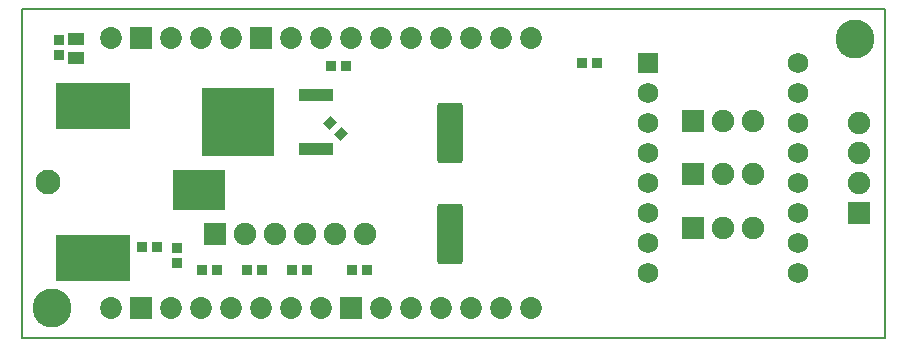
<source format=gts>
G04 Layer_Color=8388736*
%FSLAX24Y24*%
%MOIN*%
G70*
G01*
G75*
%ADD21C,0.0050*%
%ADD37R,0.0359X0.0320*%
%ADD38R,0.0552X0.0414*%
%ADD39R,0.0560X0.0426*%
%ADD40R,0.0320X0.0359*%
G04:AMPARAMS|DCode=41|XSize=35.9mil|YSize=32mil|CornerRadius=0mil|HoleSize=0mil|Usage=FLASHONLY|Rotation=45.000|XOffset=0mil|YOffset=0mil|HoleType=Round|Shape=Rectangle|*
%AMROTATEDRECTD41*
4,1,4,-0.0014,-0.0240,-0.0240,-0.0014,0.0014,0.0240,0.0240,0.0014,-0.0014,-0.0240,0.0*
%
%ADD41ROTATEDRECTD41*%

G04:AMPARAMS|DCode=42|XSize=203.2mil|YSize=87.1mil|CornerRadius=12.4mil|HoleSize=0mil|Usage=FLASHONLY|Rotation=270.000|XOffset=0mil|YOffset=0mil|HoleType=Round|Shape=RoundedRectangle|*
%AMROUNDEDRECTD42*
21,1,0.2032,0.0623,0,0,270.0*
21,1,0.1784,0.0871,0,0,270.0*
1,1,0.0248,-0.0312,-0.0892*
1,1,0.0248,-0.0312,0.0892*
1,1,0.0248,0.0312,0.0892*
1,1,0.0248,0.0312,-0.0892*
%
%ADD42ROUNDEDRECTD42*%
%ADD43R,0.2438X0.2257*%
%ADD44R,0.1154X0.0422*%
%ADD45R,0.2481X0.1575*%
%ADD46R,0.1772X0.1339*%
%ADD47C,0.0690*%
%ADD48R,0.0690X0.0690*%
%ADD49C,0.0749*%
%ADD50R,0.0749X0.0749*%
%ADD51C,0.0730*%
%ADD52R,0.0730X0.0730*%
%ADD53R,0.0749X0.0749*%
%ADD54C,0.0827*%
%ADD55C,0.1300*%
D21*
X38740Y10000D02*
Y20960D01*
X10000Y10000D02*
X38740D01*
X10000Y20960D02*
X38740D01*
X10000Y10000D02*
Y20960D01*
D37*
X11220Y19427D02*
D03*
Y19935D02*
D03*
X15150Y12500D02*
D03*
Y13008D02*
D03*
D38*
X11772Y19339D02*
D03*
D39*
Y19953D02*
D03*
D40*
X29152Y19154D02*
D03*
X28644D02*
D03*
X15996Y12250D02*
D03*
X16504D02*
D03*
X17496D02*
D03*
X18004D02*
D03*
X19504D02*
D03*
X18996D02*
D03*
X21504D02*
D03*
X20996D02*
D03*
X13996Y13039D02*
D03*
X14504D02*
D03*
X20785Y19055D02*
D03*
X20278D02*
D03*
D41*
X20271Y17150D02*
D03*
X20630Y16791D02*
D03*
D42*
X24256Y16817D02*
D03*
Y13451D02*
D03*
D43*
X17181Y17185D02*
D03*
D44*
X19799Y18087D02*
D03*
Y16283D02*
D03*
D45*
X12350Y17732D02*
D03*
Y12654D02*
D03*
D46*
X15874Y14937D02*
D03*
D47*
X30846Y16154D02*
D03*
X35846D02*
D03*
X30846Y15154D02*
D03*
Y14154D02*
D03*
Y13154D02*
D03*
Y12154D02*
D03*
Y17154D02*
D03*
Y18154D02*
D03*
X35846Y17154D02*
D03*
Y18154D02*
D03*
Y19154D02*
D03*
Y15154D02*
D03*
Y14154D02*
D03*
Y13154D02*
D03*
Y12154D02*
D03*
D48*
X30846Y19154D02*
D03*
D49*
X21419Y13465D02*
D03*
X20419D02*
D03*
X19419D02*
D03*
X17419D02*
D03*
X18419D02*
D03*
X37874Y17154D02*
D03*
Y15154D02*
D03*
Y16154D02*
D03*
X34362Y17244D02*
D03*
X33362D02*
D03*
X34346Y15457D02*
D03*
X33346D02*
D03*
X34362Y13669D02*
D03*
X33362D02*
D03*
D50*
X16419Y13465D02*
D03*
X32362Y17244D02*
D03*
X32346Y15457D02*
D03*
X32362Y13669D02*
D03*
D51*
X12961Y10984D02*
D03*
X14961D02*
D03*
X15961D02*
D03*
X16961D02*
D03*
X17961D02*
D03*
X18961D02*
D03*
X19961D02*
D03*
X21961D02*
D03*
X22961D02*
D03*
X23961D02*
D03*
X24961D02*
D03*
X25961D02*
D03*
X26961D02*
D03*
X12961Y19984D02*
D03*
X14961D02*
D03*
X15961D02*
D03*
X16961D02*
D03*
X18961D02*
D03*
X19961D02*
D03*
X20961D02*
D03*
X21961D02*
D03*
X22961D02*
D03*
X23961D02*
D03*
X24961D02*
D03*
X25961D02*
D03*
X26961D02*
D03*
D52*
X13961Y10984D02*
D03*
X20961D02*
D03*
X13961Y19984D02*
D03*
X17961D02*
D03*
D53*
X37874Y14154D02*
D03*
D54*
X10854Y15193D02*
D03*
D55*
X10984Y10984D02*
D03*
X37756Y19976D02*
D03*
M02*

</source>
